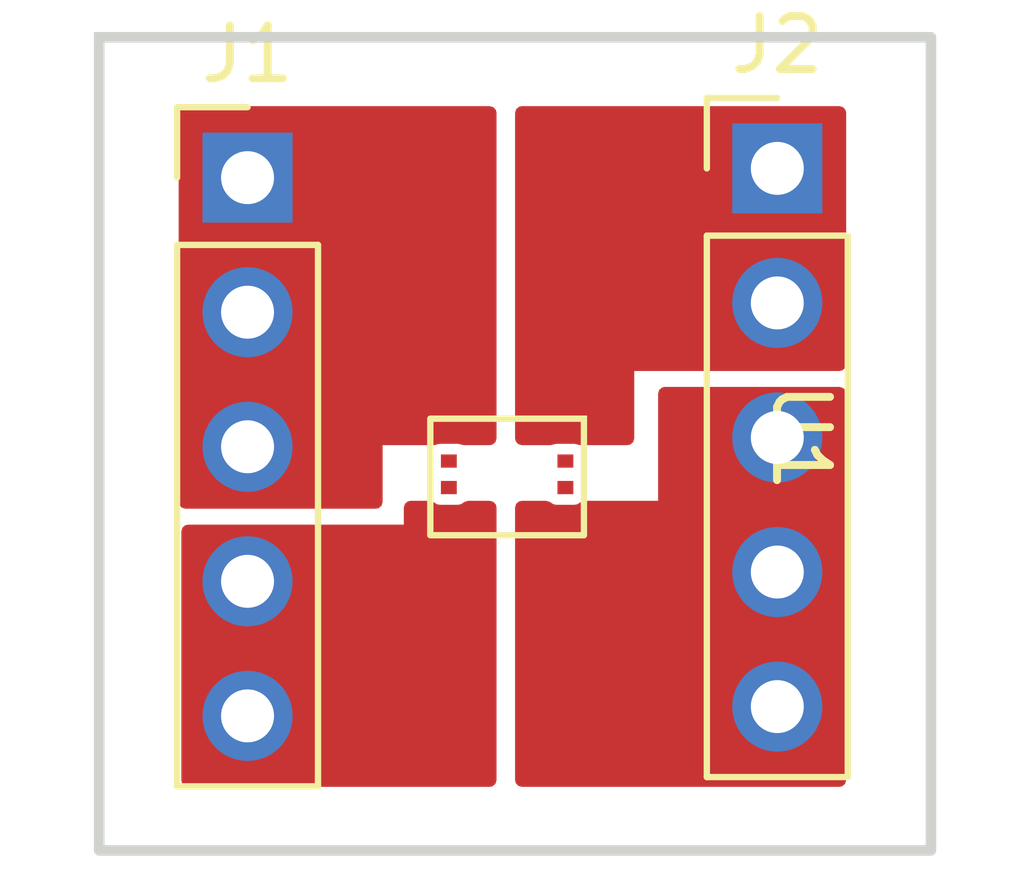
<source format=kicad_pcb>
(kicad_pcb (version 20211014) (generator pcbnew)
  (layers (0 "F.Cu" signal) (31 "B.Cu" signal) (34 "B.Paste" user) (35 "F.Paste" user) (36 "B.SilkS" user "B.Silkscreen") (37 "F.SilkS" user "F.Silkscreen") (38 "B.Mask" user) (39 "F.Mask" user) (44 "Edge.Cuts" user))
  (net 0 "")
  (net 1 "GND")
  (net 2 "+5V")
  (net 7 "Net-(J1-Pad4)")
  (net 8 "Net-(J2-Pad1)")
  (footprint "Connector_PinHeader_2.54mm:PinHeader_1x05_P2.54mm_Vertical" (layer "F.Cu") (at 110.85 100.325)
    (fp_text reference "J2" (at 0 -2.33) (layer "F.SilkS"))
    (fp_text value "Conn_01x05")
    (fp_line (start -1.33 0) (end -1.33 -1.33) (layer "F.SilkS") (width 0.12))
    (fp_line (start -1.33 11.49) (end 1.33 11.49) (layer "F.SilkS") (width 0.12))
    (fp_line (start -1.33 -1.33) (end 0 -1.33) (layer "F.SilkS") (width 0.12))
    (fp_line (start 1.33 1.27) (end 1.33 11.49) (layer "F.SilkS") (width 0.12))
    (fp_line (start -1.33 1.27) (end -1.33 11.49) (layer "F.SilkS") (width 0.12))
    (fp_line (start -1.33 1.27) (end 1.33 1.27) (layer "F.SilkS") (width 0.12))
    (pad "1" thru_hole rect (at 0 0) (size 1.7 1.7) (drill 1) (layers *.Cu *.Mask) (net 8 "Net-(J2-Pad1)"))
    (pad "2" thru_hole oval (at 0 2.54) (size 1.7 1.7) (drill 1) (layers *.Cu *.Mask) (net 8 "Net-(J2-Pad1)"))
    (pad "3" thru_hole oval (at 0 5.08) (size 1.7 1.7) (drill 1) (layers *.Cu *.Mask) (net 2 "+5V"))
    (pad "4" thru_hole oval (at 0 7.62) (size 1.7 1.7) (drill 1) (layers *.Cu *.Mask) (net 2 "+5V"))
    (pad "5" thru_hole oval (at 0 10.16) (size 1.7 1.7) (drill 1) (layers *.Cu *.Mask) (net 2 "+5V"))
  )
  (footprint "SensorDesign:LGA-9 3x3" (layer "F.Cu") (at 106.85 105.35 -90)
    (fp_text reference "U1" (at 0.05 -4.45 -90 unlocked) (layer "F.SilkS"))
    (fp_text value "MS32")
    (fp_rect (start -0.3 -0.35) (end 1.9 2.55) (layer "F.SilkS") (width 0.12) (fill none))
    (pad "1" smd rect (at 1.5 2.2) (size 0.3 0.25) (layers "F.Cu" "F.Paste" "F.Mask") (net 7 "Net-(J1-Pad4)"))
    (pad "2" smd rect (at 1 2.2) (size 0.3 0.25) (layers "F.Cu" "F.Paste" "F.Mask"))
    (pad "3" smd rect (at 0.5 2.2) (size 0.3 0.25) (layers "F.Cu" "F.Paste" "F.Mask"))
    (pad "4" smd rect (at 0 2.2) (size 0.3 0.25) (layers "F.Cu" "F.Paste" "F.Mask") (net 1 "GND"))
    (pad "5" smd rect (at 0 0) (size 0.3 0.25) (layers "F.Cu" "F.Paste" "F.Mask") (net 8 "Net-(J2-Pad1)"))
    (pad "6" smd rect (at 0.5 0) (size 0.3 0.25) (layers "F.Cu" "F.Paste" "F.Mask"))
    (pad "7" smd rect (at 1 0) (size 0.3 0.25) (layers "F.Cu" "F.Paste" "F.Mask"))
    (pad "8" smd rect (at 1.5 0) (size 0.3 0.25) (layers "F.Cu" "F.Paste" "F.Mask") (net 2 "+5V"))
  )
  (footprint "Connector_PinHeader_2.54mm:PinHeader_1x05_P2.54mm_Vertical" (layer "F.Cu") (at 100.85 100.5)
    (fp_text reference "J1" (at 0 -2.33) (layer "F.SilkS"))
    (fp_text value "Conn_01x05")
    (fp_line (start -1.33 1.27) (end 1.33 1.27) (layer "F.SilkS") (width 0.12))
    (fp_line (start -1.33 -1.33) (end 0 -1.33) (layer "F.SilkS") (width 0.12))
    (fp_line (start -1.33 11.49) (end 1.33 11.49) (layer "F.SilkS") (width 0.12))
    (fp_line (start -1.33 0) (end -1.33 -1.33) (layer "F.SilkS") (width 0.12))
    (fp_line (start 1.33 1.27) (end 1.33 11.49) (layer "F.SilkS") (width 0.12))
    (fp_line (start -1.33 1.27) (end -1.33 11.49) (layer "F.SilkS") (width 0.12))
    (pad "1" thru_hole rect (at 0 0) (size 1.7 1.7) (drill 1) (layers *.Cu *.Mask) (net 1 "GND"))
    (pad "2" thru_hole oval (at 0 2.54) (size 1.7 1.7) (drill 1) (layers *.Cu *.Mask) (net 1 "GND"))
    (pad "3" thru_hole oval (at 0 5.08) (size 1.7 1.7) (drill 1) (layers *.Cu *.Mask) (net 1 "GND"))
    (pad "4" thru_hole oval (at 0 7.62) (size 1.7 1.7) (drill 1) (layers *.Cu *.Mask) (net 7 "Net-(J1-Pad4)"))
    (pad "5" thru_hole oval (at 0 10.16) (size 1.7 1.7) (drill 1) (layers *.Cu *.Mask) (net 7 "Net-(J1-Pad4)"))
  )
  (gr_rect (start 98.05 97.85) (end 113.75 113.2) (layer "Edge.Cuts") (width 0.2) (fill none))
  (zone (net 1) (net_name "GND") (layer "F.Cu") (connect_pads yes (clearance 0)) (min_thickness 0.254) (fill yes (thermal_gap 0.508) (thermal_bridge_width 0.508))
    (polygon (pts (xy 105.55 105.55) (xy 103.4 105.55) (xy 103.4 106.75) (xy 99.55 106.75) (xy 99.55 99.15) (xy 105.55 99.15)))
  )
  (zone (net 7) (net_name "Net-(J1-Pad4)") (layer "F.Cu") (connect_pads yes (clearance 0)) (min_thickness 0.254) (fill yes (thermal_gap 0.508) (thermal_bridge_width 0.508))
    (polygon (pts (xy 105.55 112) (xy 99.6 112) (xy 99.6 107.05) (xy 103.8 107.05) (xy 103.8 106.6) (xy 105.55 106.6)))
  )
  (zone (net 2) (net_name "+5V") (layer "F.Cu") (connect_pads yes (clearance 0)) (min_thickness 0.254) (fill yes (thermal_gap 0.508) (thermal_bridge_width 0.508))
    (polygon (pts (xy 112.15 112) (xy 105.9 112) (xy 105.9 106.6) (xy 108.6 106.6) (xy 108.6 104.45) (xy 112.15 104.45)))
  )
  (zone (net 8) (net_name "Net-(J2-Pad1)") (layer "F.Cu") (connect_pads yes (clearance 0)) (min_thickness 0.254) (fill yes (thermal_gap 0.508) (thermal_bridge_width 0.508))
    (polygon (pts (xy 112.15 104.15) (xy 108.15 104.15) (xy 108.15 105.55) (xy 105.9 105.55) (xy 105.9 99.15) (xy 112.15 99.15)))
  )
)
</source>
